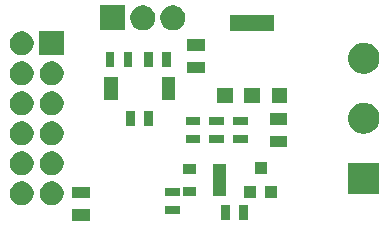
<source format=gbr>
G04 #@! TF.GenerationSoftware,KiCad,Pcbnew,5.0.2*
G04 #@! TF.CreationDate,2020-03-31T15:33:04+02:00*
G04 #@! TF.ProjectId,pmod-dac-ls,706d6f64-2d64-4616-932d-6c732e6b6963,1*
G04 #@! TF.SameCoordinates,Original*
G04 #@! TF.FileFunction,Soldermask,Top*
G04 #@! TF.FilePolarity,Negative*
%FSLAX46Y46*%
G04 Gerber Fmt 4.6, Leading zero omitted, Abs format (unit mm)*
G04 Created by KiCad (PCBNEW 5.0.2) date mar. 31 mars 2020 15:33:04 CEST*
%MOMM*%
%LPD*%
G01*
G04 APERTURE LIST*
%ADD10C,0.100000*%
G04 APERTURE END LIST*
D10*
G36*
X139249500Y-113698000D02*
X137750500Y-113698000D01*
X137750500Y-112707000D01*
X139249500Y-112707000D01*
X139249500Y-113698000D01*
X139249500Y-113698000D01*
G37*
G36*
X152630500Y-113622500D02*
X151893500Y-113622500D01*
X151893500Y-112377500D01*
X152630500Y-112377500D01*
X152630500Y-113622500D01*
X152630500Y-113622500D01*
G37*
G36*
X151106500Y-113622500D02*
X150369500Y-113622500D01*
X150369500Y-112377500D01*
X151106500Y-112377500D01*
X151106500Y-113622500D01*
X151106500Y-113622500D01*
G37*
G36*
X146872500Y-113130500D02*
X145627500Y-113130500D01*
X145627500Y-112393500D01*
X146872500Y-112393500D01*
X146872500Y-113130500D01*
X146872500Y-113130500D01*
G37*
G36*
X133791981Y-110387468D02*
X133974150Y-110462925D01*
X134138103Y-110572475D01*
X134277525Y-110711897D01*
X134387075Y-110875850D01*
X134462532Y-111058019D01*
X134501000Y-111251410D01*
X134501000Y-111448590D01*
X134462532Y-111641981D01*
X134387075Y-111824150D01*
X134277525Y-111988103D01*
X134138103Y-112127525D01*
X133974150Y-112237075D01*
X133791981Y-112312532D01*
X133598590Y-112351000D01*
X133401410Y-112351000D01*
X133208019Y-112312532D01*
X133025850Y-112237075D01*
X132861897Y-112127525D01*
X132722475Y-111988103D01*
X132612925Y-111824150D01*
X132537468Y-111641981D01*
X132499000Y-111448590D01*
X132499000Y-111251410D01*
X132537468Y-111058019D01*
X132612925Y-110875850D01*
X132722475Y-110711897D01*
X132861897Y-110572475D01*
X133025850Y-110462925D01*
X133208019Y-110387468D01*
X133401410Y-110349000D01*
X133598590Y-110349000D01*
X133791981Y-110387468D01*
X133791981Y-110387468D01*
G37*
G36*
X136331981Y-110387468D02*
X136514150Y-110462925D01*
X136678103Y-110572475D01*
X136817525Y-110711897D01*
X136927075Y-110875850D01*
X137002532Y-111058019D01*
X137041000Y-111251410D01*
X137041000Y-111448590D01*
X137002532Y-111641981D01*
X136927075Y-111824150D01*
X136817525Y-111988103D01*
X136678103Y-112127525D01*
X136514150Y-112237075D01*
X136331981Y-112312532D01*
X136138590Y-112351000D01*
X135941410Y-112351000D01*
X135748019Y-112312532D01*
X135565850Y-112237075D01*
X135401897Y-112127525D01*
X135262475Y-111988103D01*
X135152925Y-111824150D01*
X135077468Y-111641981D01*
X135039000Y-111448590D01*
X135039000Y-111251410D01*
X135077468Y-111058019D01*
X135152925Y-110875850D01*
X135262475Y-110711897D01*
X135401897Y-110572475D01*
X135565850Y-110462925D01*
X135748019Y-110387468D01*
X135941410Y-110349000D01*
X136138590Y-110349000D01*
X136331981Y-110387468D01*
X136331981Y-110387468D01*
G37*
G36*
X139249500Y-111793000D02*
X137750500Y-111793000D01*
X137750500Y-110802000D01*
X139249500Y-110802000D01*
X139249500Y-111793000D01*
X139249500Y-111793000D01*
G37*
G36*
X155147200Y-111774200D02*
X154130800Y-111774200D01*
X154130800Y-110757800D01*
X155147200Y-110757800D01*
X155147200Y-111774200D01*
X155147200Y-111774200D01*
G37*
G36*
X153369200Y-111774200D02*
X152352800Y-111774200D01*
X152352800Y-110757800D01*
X153369200Y-110757800D01*
X153369200Y-111774200D01*
X153369200Y-111774200D01*
G37*
G36*
X146872500Y-111606500D02*
X145627500Y-111606500D01*
X145627500Y-110869500D01*
X146872500Y-110869500D01*
X146872500Y-111606500D01*
X146872500Y-111606500D01*
G37*
G36*
X148281380Y-111604020D02*
X147178620Y-111604020D01*
X147178620Y-110800980D01*
X148281380Y-110800980D01*
X148281380Y-111604020D01*
X148281380Y-111604020D01*
G37*
G36*
X150821380Y-111604020D02*
X149718620Y-111604020D01*
X149718620Y-108895980D01*
X150821380Y-108895980D01*
X150821380Y-111604020D01*
X150821380Y-111604020D01*
G37*
G36*
X163791000Y-111401000D02*
X161149000Y-111401000D01*
X161149000Y-108759000D01*
X163791000Y-108759000D01*
X163791000Y-111401000D01*
X163791000Y-111401000D01*
G37*
G36*
X136331981Y-107847468D02*
X136514150Y-107922925D01*
X136678103Y-108032475D01*
X136817525Y-108171897D01*
X136927075Y-108335850D01*
X137002532Y-108518019D01*
X137041000Y-108711410D01*
X137041000Y-108908590D01*
X137002532Y-109101981D01*
X136927075Y-109284150D01*
X136817525Y-109448103D01*
X136678103Y-109587525D01*
X136514150Y-109697075D01*
X136331981Y-109772532D01*
X136138590Y-109811000D01*
X135941410Y-109811000D01*
X135748019Y-109772532D01*
X135565850Y-109697075D01*
X135401897Y-109587525D01*
X135262475Y-109448103D01*
X135152925Y-109284150D01*
X135077468Y-109101981D01*
X135039000Y-108908590D01*
X135039000Y-108711410D01*
X135077468Y-108518019D01*
X135152925Y-108335850D01*
X135262475Y-108171897D01*
X135401897Y-108032475D01*
X135565850Y-107922925D01*
X135748019Y-107847468D01*
X135941410Y-107809000D01*
X136138590Y-107809000D01*
X136331981Y-107847468D01*
X136331981Y-107847468D01*
G37*
G36*
X133791981Y-107847468D02*
X133974150Y-107922925D01*
X134138103Y-108032475D01*
X134277525Y-108171897D01*
X134387075Y-108335850D01*
X134462532Y-108518019D01*
X134501000Y-108711410D01*
X134501000Y-108908590D01*
X134462532Y-109101981D01*
X134387075Y-109284150D01*
X134277525Y-109448103D01*
X134138103Y-109587525D01*
X133974150Y-109697075D01*
X133791981Y-109772532D01*
X133598590Y-109811000D01*
X133401410Y-109811000D01*
X133208019Y-109772532D01*
X133025850Y-109697075D01*
X132861897Y-109587525D01*
X132722475Y-109448103D01*
X132612925Y-109284150D01*
X132537468Y-109101981D01*
X132499000Y-108908590D01*
X132499000Y-108711410D01*
X132537468Y-108518019D01*
X132612925Y-108335850D01*
X132722475Y-108171897D01*
X132861897Y-108032475D01*
X133025850Y-107922925D01*
X133208019Y-107847468D01*
X133401410Y-107809000D01*
X133598590Y-107809000D01*
X133791981Y-107847468D01*
X133791981Y-107847468D01*
G37*
G36*
X154258200Y-109742200D02*
X153241800Y-109742200D01*
X153241800Y-108725800D01*
X154258200Y-108725800D01*
X154258200Y-109742200D01*
X154258200Y-109742200D01*
G37*
G36*
X148281380Y-109699020D02*
X147178620Y-109699020D01*
X147178620Y-108895980D01*
X148281380Y-108895980D01*
X148281380Y-109699020D01*
X148281380Y-109699020D01*
G37*
G36*
X155989500Y-107458000D02*
X154490500Y-107458000D01*
X154490500Y-106467000D01*
X155989500Y-106467000D01*
X155989500Y-107458000D01*
X155989500Y-107458000D01*
G37*
G36*
X133791981Y-105307468D02*
X133974150Y-105382925D01*
X134138103Y-105492475D01*
X134277525Y-105631897D01*
X134387075Y-105795850D01*
X134462532Y-105978019D01*
X134501000Y-106171410D01*
X134501000Y-106368590D01*
X134462532Y-106561981D01*
X134387075Y-106744150D01*
X134277525Y-106908103D01*
X134138103Y-107047525D01*
X133974150Y-107157075D01*
X133791981Y-107232532D01*
X133598590Y-107271000D01*
X133401410Y-107271000D01*
X133208019Y-107232532D01*
X133025850Y-107157075D01*
X132861897Y-107047525D01*
X132722475Y-106908103D01*
X132612925Y-106744150D01*
X132537468Y-106561981D01*
X132499000Y-106368590D01*
X132499000Y-106171410D01*
X132537468Y-105978019D01*
X132612925Y-105795850D01*
X132722475Y-105631897D01*
X132861897Y-105492475D01*
X133025850Y-105382925D01*
X133208019Y-105307468D01*
X133401410Y-105269000D01*
X133598590Y-105269000D01*
X133791981Y-105307468D01*
X133791981Y-105307468D01*
G37*
G36*
X136331981Y-105307468D02*
X136514150Y-105382925D01*
X136678103Y-105492475D01*
X136817525Y-105631897D01*
X136927075Y-105795850D01*
X137002532Y-105978019D01*
X137041000Y-106171410D01*
X137041000Y-106368590D01*
X137002532Y-106561981D01*
X136927075Y-106744150D01*
X136817525Y-106908103D01*
X136678103Y-107047525D01*
X136514150Y-107157075D01*
X136331981Y-107232532D01*
X136138590Y-107271000D01*
X135941410Y-107271000D01*
X135748019Y-107232532D01*
X135565850Y-107157075D01*
X135401897Y-107047525D01*
X135262475Y-106908103D01*
X135152925Y-106744150D01*
X135077468Y-106561981D01*
X135039000Y-106368590D01*
X135039000Y-106171410D01*
X135077468Y-105978019D01*
X135152925Y-105795850D01*
X135262475Y-105631897D01*
X135401897Y-105492475D01*
X135565850Y-105382925D01*
X135748019Y-105307468D01*
X135941410Y-105269000D01*
X136138590Y-105269000D01*
X136331981Y-105307468D01*
X136331981Y-105307468D01*
G37*
G36*
X148622500Y-107130500D02*
X147377500Y-107130500D01*
X147377500Y-106393500D01*
X148622500Y-106393500D01*
X148622500Y-107130500D01*
X148622500Y-107130500D01*
G37*
G36*
X150622500Y-107130500D02*
X149377500Y-107130500D01*
X149377500Y-106393500D01*
X150622500Y-106393500D01*
X150622500Y-107130500D01*
X150622500Y-107130500D01*
G37*
G36*
X152622500Y-107120500D02*
X151377500Y-107120500D01*
X151377500Y-106383500D01*
X152622500Y-106383500D01*
X152622500Y-107120500D01*
X152622500Y-107120500D01*
G37*
G36*
X162770250Y-103712843D02*
X162855322Y-103729765D01*
X162925735Y-103758931D01*
X163095728Y-103829344D01*
X163312092Y-103973914D01*
X163496086Y-104157908D01*
X163640656Y-104374272D01*
X163711069Y-104544265D01*
X163740235Y-104614678D01*
X163791000Y-104869893D01*
X163791000Y-105130107D01*
X163740712Y-105382926D01*
X163740235Y-105385321D01*
X163640656Y-105625728D01*
X163496086Y-105842092D01*
X163312092Y-106026086D01*
X163095728Y-106170656D01*
X162925735Y-106241069D01*
X162855322Y-106270235D01*
X162770250Y-106287157D01*
X162600109Y-106321000D01*
X162339891Y-106321000D01*
X162169750Y-106287157D01*
X162084678Y-106270235D01*
X162014265Y-106241069D01*
X161844272Y-106170656D01*
X161627908Y-106026086D01*
X161443914Y-105842092D01*
X161299344Y-105625728D01*
X161199765Y-105385321D01*
X161199289Y-105382926D01*
X161149000Y-105130107D01*
X161149000Y-104869893D01*
X161199765Y-104614678D01*
X161228931Y-104544265D01*
X161299344Y-104374272D01*
X161443914Y-104157908D01*
X161627908Y-103973914D01*
X161844272Y-103829344D01*
X162014265Y-103758931D01*
X162084678Y-103729765D01*
X162169750Y-103712843D01*
X162339891Y-103679000D01*
X162600109Y-103679000D01*
X162770250Y-103712843D01*
X162770250Y-103712843D01*
G37*
G36*
X144630500Y-105622500D02*
X143893500Y-105622500D01*
X143893500Y-104377500D01*
X144630500Y-104377500D01*
X144630500Y-105622500D01*
X144630500Y-105622500D01*
G37*
G36*
X143106500Y-105622500D02*
X142369500Y-105622500D01*
X142369500Y-104377500D01*
X143106500Y-104377500D01*
X143106500Y-105622500D01*
X143106500Y-105622500D01*
G37*
G36*
X148622500Y-105606500D02*
X147377500Y-105606500D01*
X147377500Y-104869500D01*
X148622500Y-104869500D01*
X148622500Y-105606500D01*
X148622500Y-105606500D01*
G37*
G36*
X150622500Y-105606500D02*
X149377500Y-105606500D01*
X149377500Y-104869500D01*
X150622500Y-104869500D01*
X150622500Y-105606500D01*
X150622500Y-105606500D01*
G37*
G36*
X152622500Y-105596500D02*
X151377500Y-105596500D01*
X151377500Y-104859500D01*
X152622500Y-104859500D01*
X152622500Y-105596500D01*
X152622500Y-105596500D01*
G37*
G36*
X155989500Y-105553000D02*
X154490500Y-105553000D01*
X154490500Y-104562000D01*
X155989500Y-104562000D01*
X155989500Y-105553000D01*
X155989500Y-105553000D01*
G37*
G36*
X136331981Y-102767468D02*
X136514150Y-102842925D01*
X136678103Y-102952475D01*
X136817525Y-103091897D01*
X136927075Y-103255850D01*
X137002532Y-103438019D01*
X137041000Y-103631410D01*
X137041000Y-103828590D01*
X137002532Y-104021981D01*
X136927075Y-104204150D01*
X136817525Y-104368103D01*
X136678103Y-104507525D01*
X136514150Y-104617075D01*
X136331981Y-104692532D01*
X136138590Y-104731000D01*
X135941410Y-104731000D01*
X135748019Y-104692532D01*
X135565850Y-104617075D01*
X135401897Y-104507525D01*
X135262475Y-104368103D01*
X135152925Y-104204150D01*
X135077468Y-104021981D01*
X135039000Y-103828590D01*
X135039000Y-103631410D01*
X135077468Y-103438019D01*
X135152925Y-103255850D01*
X135262475Y-103091897D01*
X135401897Y-102952475D01*
X135565850Y-102842925D01*
X135748019Y-102767468D01*
X135941410Y-102729000D01*
X136138590Y-102729000D01*
X136331981Y-102767468D01*
X136331981Y-102767468D01*
G37*
G36*
X133791981Y-102767468D02*
X133974150Y-102842925D01*
X134138103Y-102952475D01*
X134277525Y-103091897D01*
X134387075Y-103255850D01*
X134462532Y-103438019D01*
X134501000Y-103631410D01*
X134501000Y-103828590D01*
X134462532Y-104021981D01*
X134387075Y-104204150D01*
X134277525Y-104368103D01*
X134138103Y-104507525D01*
X133974150Y-104617075D01*
X133791981Y-104692532D01*
X133598590Y-104731000D01*
X133401410Y-104731000D01*
X133208019Y-104692532D01*
X133025850Y-104617075D01*
X132861897Y-104507525D01*
X132722475Y-104368103D01*
X132612925Y-104204150D01*
X132537468Y-104021981D01*
X132499000Y-103828590D01*
X132499000Y-103631410D01*
X132537468Y-103438019D01*
X132612925Y-103255850D01*
X132722475Y-103091897D01*
X132861897Y-102952475D01*
X133025850Y-102842925D01*
X133208019Y-102767468D01*
X133401410Y-102729000D01*
X133598590Y-102729000D01*
X133791981Y-102767468D01*
X133791981Y-102767468D01*
G37*
G36*
X153650440Y-103700980D02*
X152349560Y-103700980D01*
X152349560Y-102400100D01*
X153650440Y-102400100D01*
X153650440Y-103700980D01*
X153650440Y-103700980D01*
G37*
G36*
X151349200Y-103700980D02*
X150048320Y-103700980D01*
X150048320Y-102400100D01*
X151349200Y-102400100D01*
X151349200Y-103700980D01*
X151349200Y-103700980D01*
G37*
G36*
X155951680Y-103700980D02*
X154650800Y-103700980D01*
X154650800Y-102400100D01*
X155951680Y-102400100D01*
X155951680Y-103700980D01*
X155951680Y-103700980D01*
G37*
G36*
X141620000Y-103470000D02*
X140480000Y-103470000D01*
X140480000Y-101530000D01*
X141620000Y-101530000D01*
X141620000Y-103470000D01*
X141620000Y-103470000D01*
G37*
G36*
X146520000Y-103470000D02*
X145380000Y-103470000D01*
X145380000Y-101530000D01*
X146520000Y-101530000D01*
X146520000Y-103470000D01*
X146520000Y-103470000D01*
G37*
G36*
X136331981Y-100227468D02*
X136514150Y-100302925D01*
X136678103Y-100412475D01*
X136817525Y-100551897D01*
X136927075Y-100715850D01*
X137002532Y-100898019D01*
X137041000Y-101091410D01*
X137041000Y-101288590D01*
X137002532Y-101481981D01*
X136927075Y-101664150D01*
X136817525Y-101828103D01*
X136678103Y-101967525D01*
X136514150Y-102077075D01*
X136331981Y-102152532D01*
X136138590Y-102191000D01*
X135941410Y-102191000D01*
X135748019Y-102152532D01*
X135565850Y-102077075D01*
X135401897Y-101967525D01*
X135262475Y-101828103D01*
X135152925Y-101664150D01*
X135077468Y-101481981D01*
X135039000Y-101288590D01*
X135039000Y-101091410D01*
X135077468Y-100898019D01*
X135152925Y-100715850D01*
X135262475Y-100551897D01*
X135401897Y-100412475D01*
X135565850Y-100302925D01*
X135748019Y-100227468D01*
X135941410Y-100189000D01*
X136138590Y-100189000D01*
X136331981Y-100227468D01*
X136331981Y-100227468D01*
G37*
G36*
X133791981Y-100227468D02*
X133974150Y-100302925D01*
X134138103Y-100412475D01*
X134277525Y-100551897D01*
X134387075Y-100715850D01*
X134462532Y-100898019D01*
X134501000Y-101091410D01*
X134501000Y-101288590D01*
X134462532Y-101481981D01*
X134387075Y-101664150D01*
X134277525Y-101828103D01*
X134138103Y-101967525D01*
X133974150Y-102077075D01*
X133791981Y-102152532D01*
X133598590Y-102191000D01*
X133401410Y-102191000D01*
X133208019Y-102152532D01*
X133025850Y-102077075D01*
X132861897Y-101967525D01*
X132722475Y-101828103D01*
X132612925Y-101664150D01*
X132537468Y-101481981D01*
X132499000Y-101288590D01*
X132499000Y-101091410D01*
X132537468Y-100898019D01*
X132612925Y-100715850D01*
X132722475Y-100551897D01*
X132861897Y-100412475D01*
X133025850Y-100302925D01*
X133208019Y-100227468D01*
X133401410Y-100189000D01*
X133598590Y-100189000D01*
X133791981Y-100227468D01*
X133791981Y-100227468D01*
G37*
G36*
X162770250Y-98632843D02*
X162855322Y-98649765D01*
X162925735Y-98678931D01*
X163095728Y-98749344D01*
X163312092Y-98893914D01*
X163496086Y-99077908D01*
X163640656Y-99294272D01*
X163711069Y-99464265D01*
X163740235Y-99534678D01*
X163791000Y-99789893D01*
X163791000Y-100050107D01*
X163740712Y-100302926D01*
X163740235Y-100305321D01*
X163640656Y-100545728D01*
X163496086Y-100762092D01*
X163312092Y-100946086D01*
X163095728Y-101090656D01*
X162925735Y-101161069D01*
X162855322Y-101190235D01*
X162816284Y-101198000D01*
X162600109Y-101241000D01*
X162339891Y-101241000D01*
X162123716Y-101198000D01*
X162084678Y-101190235D01*
X162014265Y-101161069D01*
X161844272Y-101090656D01*
X161627908Y-100946086D01*
X161443914Y-100762092D01*
X161299344Y-100545728D01*
X161199765Y-100305321D01*
X161199289Y-100302926D01*
X161149000Y-100050107D01*
X161149000Y-99789893D01*
X161199765Y-99534678D01*
X161228931Y-99464265D01*
X161299344Y-99294272D01*
X161443914Y-99077908D01*
X161627908Y-98893914D01*
X161844272Y-98749344D01*
X162014265Y-98678931D01*
X162084678Y-98649765D01*
X162169750Y-98632843D01*
X162339891Y-98599000D01*
X162600109Y-98599000D01*
X162770250Y-98632843D01*
X162770250Y-98632843D01*
G37*
G36*
X148999500Y-101198000D02*
X147500500Y-101198000D01*
X147500500Y-100207000D01*
X148999500Y-100207000D01*
X148999500Y-101198000D01*
X148999500Y-101198000D01*
G37*
G36*
X146130500Y-100622500D02*
X145393500Y-100622500D01*
X145393500Y-99377500D01*
X146130500Y-99377500D01*
X146130500Y-100622500D01*
X146130500Y-100622500D01*
G37*
G36*
X144606500Y-100622500D02*
X143869500Y-100622500D01*
X143869500Y-99377500D01*
X144606500Y-99377500D01*
X144606500Y-100622500D01*
X144606500Y-100622500D01*
G37*
G36*
X142880500Y-100622500D02*
X142143500Y-100622500D01*
X142143500Y-99377500D01*
X142880500Y-99377500D01*
X142880500Y-100622500D01*
X142880500Y-100622500D01*
G37*
G36*
X141356500Y-100622500D02*
X140619500Y-100622500D01*
X140619500Y-99377500D01*
X141356500Y-99377500D01*
X141356500Y-100622500D01*
X141356500Y-100622500D01*
G37*
G36*
X133791981Y-97687468D02*
X133974150Y-97762925D01*
X134138103Y-97872475D01*
X134277525Y-98011897D01*
X134387075Y-98175850D01*
X134462532Y-98358019D01*
X134501000Y-98551410D01*
X134501000Y-98748590D01*
X134462532Y-98941981D01*
X134387075Y-99124150D01*
X134277525Y-99288103D01*
X134138103Y-99427525D01*
X133974150Y-99537075D01*
X133791981Y-99612532D01*
X133598590Y-99651000D01*
X133401410Y-99651000D01*
X133208019Y-99612532D01*
X133025850Y-99537075D01*
X132861897Y-99427525D01*
X132722475Y-99288103D01*
X132612925Y-99124150D01*
X132537468Y-98941981D01*
X132499000Y-98748590D01*
X132499000Y-98551410D01*
X132537468Y-98358019D01*
X132612925Y-98175850D01*
X132722475Y-98011897D01*
X132861897Y-97872475D01*
X133025850Y-97762925D01*
X133208019Y-97687468D01*
X133401410Y-97649000D01*
X133598590Y-97649000D01*
X133791981Y-97687468D01*
X133791981Y-97687468D01*
G37*
G36*
X137091000Y-99651000D02*
X134989000Y-99651000D01*
X134989000Y-97649000D01*
X137091000Y-97649000D01*
X137091000Y-99651000D01*
X137091000Y-99651000D01*
G37*
G36*
X148999500Y-99293000D02*
X147500500Y-99293000D01*
X147500500Y-98302000D01*
X148999500Y-98302000D01*
X148999500Y-99293000D01*
X148999500Y-99293000D01*
G37*
G36*
X154850590Y-97599900D02*
X151149410Y-97599900D01*
X151149410Y-96299020D01*
X154850590Y-96299020D01*
X154850590Y-97599900D01*
X154850590Y-97599900D01*
G37*
G36*
X146596565Y-95489389D02*
X146787834Y-95568615D01*
X146959976Y-95683637D01*
X147106363Y-95830024D01*
X147221385Y-96002166D01*
X147300611Y-96193435D01*
X147341000Y-96396484D01*
X147341000Y-96603516D01*
X147300611Y-96806565D01*
X147221385Y-96997834D01*
X147106363Y-97169976D01*
X146959976Y-97316363D01*
X146787834Y-97431385D01*
X146596565Y-97510611D01*
X146393516Y-97551000D01*
X146186484Y-97551000D01*
X145983435Y-97510611D01*
X145792166Y-97431385D01*
X145620024Y-97316363D01*
X145473637Y-97169976D01*
X145358615Y-96997834D01*
X145279389Y-96806565D01*
X145239000Y-96603516D01*
X145239000Y-96396484D01*
X145279389Y-96193435D01*
X145358615Y-96002166D01*
X145473637Y-95830024D01*
X145620024Y-95683637D01*
X145792166Y-95568615D01*
X145983435Y-95489389D01*
X146186484Y-95449000D01*
X146393516Y-95449000D01*
X146596565Y-95489389D01*
X146596565Y-95489389D01*
G37*
G36*
X144056565Y-95489389D02*
X144247834Y-95568615D01*
X144419976Y-95683637D01*
X144566363Y-95830024D01*
X144681385Y-96002166D01*
X144760611Y-96193435D01*
X144801000Y-96396484D01*
X144801000Y-96603516D01*
X144760611Y-96806565D01*
X144681385Y-96997834D01*
X144566363Y-97169976D01*
X144419976Y-97316363D01*
X144247834Y-97431385D01*
X144056565Y-97510611D01*
X143853516Y-97551000D01*
X143646484Y-97551000D01*
X143443435Y-97510611D01*
X143252166Y-97431385D01*
X143080024Y-97316363D01*
X142933637Y-97169976D01*
X142818615Y-96997834D01*
X142739389Y-96806565D01*
X142699000Y-96603516D01*
X142699000Y-96396484D01*
X142739389Y-96193435D01*
X142818615Y-96002166D01*
X142933637Y-95830024D01*
X143080024Y-95683637D01*
X143252166Y-95568615D01*
X143443435Y-95489389D01*
X143646484Y-95449000D01*
X143853516Y-95449000D01*
X144056565Y-95489389D01*
X144056565Y-95489389D01*
G37*
G36*
X142261000Y-97551000D02*
X140159000Y-97551000D01*
X140159000Y-95449000D01*
X142261000Y-95449000D01*
X142261000Y-97551000D01*
X142261000Y-97551000D01*
G37*
M02*

</source>
